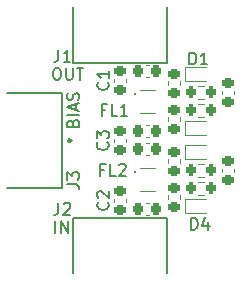
<source format=gto>
G04 #@! TF.GenerationSoftware,KiCad,Pcbnew,(6.0.9)*
G04 #@! TF.CreationDate,2022-12-03T14:04:53+01:00*
G04 #@! TF.ProjectId,rf_phase_shifter_2_45GHz,72665f70-6861-4736-955f-736869667465,1.0.0*
G04 #@! TF.SameCoordinates,Original*
G04 #@! TF.FileFunction,Legend,Top*
G04 #@! TF.FilePolarity,Positive*
%FSLAX46Y46*%
G04 Gerber Fmt 4.6, Leading zero omitted, Abs format (unit mm)*
G04 Created by KiCad (PCBNEW (6.0.9)) date 2022-12-03 14:04:53*
%MOMM*%
%LPD*%
G01*
G04 APERTURE LIST*
G04 Aperture macros list*
%AMRoundRect*
0 Rectangle with rounded corners*
0 $1 Rounding radius*
0 $2 $3 $4 $5 $6 $7 $8 $9 X,Y pos of 4 corners*
0 Add a 4 corners polygon primitive as box body*
4,1,4,$2,$3,$4,$5,$6,$7,$8,$9,$2,$3,0*
0 Add four circle primitives for the rounded corners*
1,1,$1+$1,$2,$3*
1,1,$1+$1,$4,$5*
1,1,$1+$1,$6,$7*
1,1,$1+$1,$8,$9*
0 Add four rect primitives between the rounded corners*
20,1,$1+$1,$2,$3,$4,$5,0*
20,1,$1+$1,$4,$5,$6,$7,0*
20,1,$1+$1,$6,$7,$8,$9,0*
20,1,$1+$1,$8,$9,$2,$3,0*%
G04 Aperture macros list end*
%ADD10C,0.150000*%
%ADD11C,0.120000*%
%ADD12C,0.100000*%
%ADD13C,0.250000*%
%ADD14RoundRect,0.225000X0.250000X-0.225000X0.250000X0.225000X-0.250000X0.225000X-0.250000X-0.225000X0*%
%ADD15R,0.330000X0.350000*%
%ADD16R,1.200000X5.000000*%
%ADD17R,1.600000X5.000000*%
%ADD18R,0.600000X0.700000*%
%ADD19R,5.000000X1.200000*%
%ADD20R,5.000000X1.600000*%
%ADD21RoundRect,0.225000X0.225000X0.250000X-0.225000X0.250000X-0.225000X-0.250000X0.225000X-0.250000X0*%
%ADD22RoundRect,0.200000X-0.200000X-0.275000X0.200000X-0.275000X0.200000X0.275000X-0.200000X0.275000X0*%
%ADD23RoundRect,0.218750X-0.256250X0.218750X-0.256250X-0.218750X0.256250X-0.218750X0.256250X0.218750X0*%
%ADD24RoundRect,0.218750X0.256250X-0.218750X0.256250X0.218750X-0.256250X0.218750X-0.256250X-0.218750X0*%
G04 APERTURE END LIST*
D10*
X78978190Y-64968380D02*
X78978190Y-63968380D01*
X79454380Y-64968380D02*
X79454380Y-63968380D01*
X80025809Y-64968380D01*
X80025809Y-63968380D01*
X80446571Y-55681428D02*
X80494190Y-55538571D01*
X80541809Y-55490952D01*
X80637047Y-55443333D01*
X80779904Y-55443333D01*
X80875142Y-55490952D01*
X80922761Y-55538571D01*
X80970380Y-55633809D01*
X80970380Y-56014761D01*
X79970380Y-56014761D01*
X79970380Y-55681428D01*
X80018000Y-55586190D01*
X80065619Y-55538571D01*
X80160857Y-55490952D01*
X80256095Y-55490952D01*
X80351333Y-55538571D01*
X80398952Y-55586190D01*
X80446571Y-55681428D01*
X80446571Y-56014761D01*
X80970380Y-55014761D02*
X79970380Y-55014761D01*
X80684666Y-54586190D02*
X80684666Y-54110000D01*
X80970380Y-54681428D02*
X79970380Y-54348095D01*
X80970380Y-54014761D01*
X80922761Y-53729047D02*
X80970380Y-53586190D01*
X80970380Y-53348095D01*
X80922761Y-53252857D01*
X80875142Y-53205238D01*
X80779904Y-53157619D01*
X80684666Y-53157619D01*
X80589428Y-53205238D01*
X80541809Y-53252857D01*
X80494190Y-53348095D01*
X80446571Y-53538571D01*
X80398952Y-53633809D01*
X80351333Y-53681428D01*
X80256095Y-53729047D01*
X80160857Y-53729047D01*
X80065619Y-53681428D01*
X80018000Y-53633809D01*
X79970380Y-53538571D01*
X79970380Y-53300476D01*
X80018000Y-53157619D01*
X79010000Y-51014380D02*
X79200476Y-51014380D01*
X79295714Y-51062000D01*
X79390952Y-51157238D01*
X79438571Y-51347714D01*
X79438571Y-51681047D01*
X79390952Y-51871523D01*
X79295714Y-51966761D01*
X79200476Y-52014380D01*
X79010000Y-52014380D01*
X78914761Y-51966761D01*
X78819523Y-51871523D01*
X78771904Y-51681047D01*
X78771904Y-51347714D01*
X78819523Y-51157238D01*
X78914761Y-51062000D01*
X79010000Y-51014380D01*
X79867142Y-51014380D02*
X79867142Y-51823904D01*
X79914761Y-51919142D01*
X79962380Y-51966761D01*
X80057619Y-52014380D01*
X80248095Y-52014380D01*
X80343333Y-51966761D01*
X80390952Y-51919142D01*
X80438571Y-51823904D01*
X80438571Y-51014380D01*
X80771904Y-51014380D02*
X81343333Y-51014380D01*
X81057619Y-52014380D02*
X81057619Y-51014380D01*
X83415142Y-52236666D02*
X83462761Y-52284285D01*
X83510380Y-52427142D01*
X83510380Y-52522380D01*
X83462761Y-52665238D01*
X83367523Y-52760476D01*
X83272285Y-52808095D01*
X83081809Y-52855714D01*
X82938952Y-52855714D01*
X82748476Y-52808095D01*
X82653238Y-52760476D01*
X82558000Y-52665238D01*
X82510380Y-52522380D01*
X82510380Y-52427142D01*
X82558000Y-52284285D01*
X82605619Y-52236666D01*
X83510380Y-51284285D02*
X83510380Y-51855714D01*
X83510380Y-51570000D02*
X82510380Y-51570000D01*
X82653238Y-51665238D01*
X82748476Y-51760476D01*
X82796095Y-51855714D01*
X83208904Y-54538571D02*
X82875571Y-54538571D01*
X82875571Y-55062380D02*
X82875571Y-54062380D01*
X83351761Y-54062380D01*
X84208904Y-55062380D02*
X83732714Y-55062380D01*
X83732714Y-54062380D01*
X85066047Y-55062380D02*
X84494619Y-55062380D01*
X84780333Y-55062380D02*
X84780333Y-54062380D01*
X84685095Y-54205238D01*
X84589857Y-54300476D01*
X84494619Y-54348095D01*
X83415142Y-62396666D02*
X83462761Y-62444285D01*
X83510380Y-62587142D01*
X83510380Y-62682380D01*
X83462761Y-62825238D01*
X83367523Y-62920476D01*
X83272285Y-62968095D01*
X83081809Y-63015714D01*
X82938952Y-63015714D01*
X82748476Y-62968095D01*
X82653238Y-62920476D01*
X82558000Y-62825238D01*
X82510380Y-62682380D01*
X82510380Y-62587142D01*
X82558000Y-62444285D01*
X82605619Y-62396666D01*
X82605619Y-62015714D02*
X82558000Y-61968095D01*
X82510380Y-61872857D01*
X82510380Y-61634761D01*
X82558000Y-61539523D01*
X82605619Y-61491904D01*
X82700857Y-61444285D01*
X82796095Y-61444285D01*
X82938952Y-61491904D01*
X83510380Y-62063333D01*
X83510380Y-61444285D01*
X79230023Y-62444380D02*
X79230023Y-63158666D01*
X79182404Y-63301523D01*
X79087166Y-63396761D01*
X78944309Y-63444380D01*
X78849071Y-63444380D01*
X79658595Y-62539619D02*
X79706214Y-62492000D01*
X79801452Y-62444380D01*
X80039547Y-62444380D01*
X80134785Y-62492000D01*
X80182404Y-62539619D01*
X80230023Y-62634857D01*
X80230023Y-62730095D01*
X80182404Y-62872952D01*
X79610976Y-63444380D01*
X80230023Y-63444380D01*
X79234309Y-49490380D02*
X79234309Y-50204666D01*
X79186690Y-50347523D01*
X79091452Y-50442761D01*
X78948595Y-50490380D01*
X78853357Y-50490380D01*
X80234309Y-50490380D02*
X79662880Y-50490380D01*
X79948595Y-50490380D02*
X79948595Y-49490380D01*
X79853357Y-49633238D01*
X79758119Y-49728476D01*
X79662880Y-49776095D01*
X79970380Y-60846690D02*
X80684666Y-60846690D01*
X80827523Y-60894309D01*
X80922761Y-60989547D01*
X80970380Y-61132404D01*
X80970380Y-61227642D01*
X79970380Y-60465738D02*
X79970380Y-59846690D01*
X80351333Y-60180023D01*
X80351333Y-60037166D01*
X80398952Y-59941928D01*
X80446571Y-59894309D01*
X80541809Y-59846690D01*
X80779904Y-59846690D01*
X80875142Y-59894309D01*
X80922761Y-59941928D01*
X80970380Y-60037166D01*
X80970380Y-60322880D01*
X80922761Y-60418119D01*
X80875142Y-60465738D01*
X90447904Y-64714380D02*
X90447904Y-63714380D01*
X90686000Y-63714380D01*
X90828857Y-63762000D01*
X90924095Y-63857238D01*
X90971714Y-63952476D01*
X91019333Y-64142952D01*
X91019333Y-64285809D01*
X90971714Y-64476285D01*
X90924095Y-64571523D01*
X90828857Y-64666761D01*
X90686000Y-64714380D01*
X90447904Y-64714380D01*
X91876476Y-64047714D02*
X91876476Y-64714380D01*
X91638380Y-63666761D02*
X91400285Y-64381047D01*
X92019333Y-64381047D01*
X83382142Y-57316666D02*
X83429761Y-57364285D01*
X83477380Y-57507142D01*
X83477380Y-57602380D01*
X83429761Y-57745238D01*
X83334523Y-57840476D01*
X83239285Y-57888095D01*
X83048809Y-57935714D01*
X82905952Y-57935714D01*
X82715476Y-57888095D01*
X82620238Y-57840476D01*
X82525000Y-57745238D01*
X82477380Y-57602380D01*
X82477380Y-57507142D01*
X82525000Y-57364285D01*
X82572619Y-57316666D01*
X82477380Y-56983333D02*
X82477380Y-56364285D01*
X82858333Y-56697619D01*
X82858333Y-56554761D01*
X82905952Y-56459523D01*
X82953571Y-56411904D01*
X83048809Y-56364285D01*
X83286904Y-56364285D01*
X83382142Y-56411904D01*
X83429761Y-56459523D01*
X83477380Y-56554761D01*
X83477380Y-56840476D01*
X83429761Y-56935714D01*
X83382142Y-56983333D01*
X90320904Y-50714380D02*
X90320904Y-49714380D01*
X90559000Y-49714380D01*
X90701857Y-49762000D01*
X90797095Y-49857238D01*
X90844714Y-49952476D01*
X90892333Y-50142952D01*
X90892333Y-50285809D01*
X90844714Y-50476285D01*
X90797095Y-50571523D01*
X90701857Y-50666761D01*
X90559000Y-50714380D01*
X90320904Y-50714380D01*
X91844714Y-50714380D02*
X91273285Y-50714380D01*
X91559000Y-50714380D02*
X91559000Y-49714380D01*
X91463761Y-49857238D01*
X91368523Y-49952476D01*
X91273285Y-50000095D01*
X83081904Y-59618571D02*
X82748571Y-59618571D01*
X82748571Y-60142380D02*
X82748571Y-59142380D01*
X83224761Y-59142380D01*
X84081904Y-60142380D02*
X83605714Y-60142380D01*
X83605714Y-59142380D01*
X84367619Y-59237619D02*
X84415238Y-59190000D01*
X84510476Y-59142380D01*
X84748571Y-59142380D01*
X84843809Y-59190000D01*
X84891428Y-59237619D01*
X84939047Y-59332857D01*
X84939047Y-59428095D01*
X84891428Y-59570952D01*
X84320000Y-60142380D01*
X84939047Y-60142380D01*
D11*
X83945000Y-52210580D02*
X83945000Y-51929420D01*
X84965000Y-52210580D02*
X84965000Y-51929420D01*
D12*
X86116000Y-52848000D02*
X87366000Y-52848000D01*
X85641000Y-53198000D02*
X85641000Y-53198000D01*
X85741000Y-53198000D02*
X85741000Y-53198000D01*
X86116000Y-54848000D02*
X87366000Y-54848000D01*
X85641000Y-53198000D02*
G75*
G03*
X85741000Y-53198000I50000J0D01*
G01*
X85741000Y-53198000D02*
G75*
G03*
X85641000Y-53198000I-50000J0D01*
G01*
D11*
X83945000Y-62370580D02*
X83945000Y-62089420D01*
X84965000Y-62370580D02*
X84965000Y-62089420D01*
D10*
X88455000Y-68414000D02*
X88455000Y-63714000D01*
X80455000Y-68414000D02*
X80455000Y-63714000D01*
X88455000Y-63714000D02*
X80455000Y-63714000D01*
D13*
X84580000Y-63079000D02*
G75*
G03*
X84580000Y-63079000I-125000J0D01*
G01*
D10*
X80455000Y-50586000D02*
X88455000Y-50586000D01*
X88455000Y-45886000D02*
X88455000Y-50586000D01*
X80455000Y-45886000D02*
X80455000Y-50586000D01*
D13*
X84580000Y-51221000D02*
G75*
G03*
X84580000Y-51221000I-125000J0D01*
G01*
D11*
X91759000Y-55534000D02*
X89909000Y-55534000D01*
X89909000Y-55534000D02*
X89909000Y-56734000D01*
X91759000Y-56734000D02*
X89909000Y-56734000D01*
D10*
X79542000Y-61150000D02*
X79542000Y-53150000D01*
X74842000Y-53150000D02*
X79542000Y-53150000D01*
X74842000Y-61150000D02*
X79542000Y-61150000D01*
D13*
X80302000Y-57150000D02*
G75*
G03*
X80302000Y-57150000I-125000J0D01*
G01*
D11*
X86881580Y-58422000D02*
X86600420Y-58422000D01*
X86881580Y-57402000D02*
X86600420Y-57402000D01*
X86881580Y-51818000D02*
X86600420Y-51818000D01*
X86881580Y-50798000D02*
X86600420Y-50798000D01*
X86881580Y-63502000D02*
X86600420Y-63502000D01*
X86881580Y-62482000D02*
X86600420Y-62482000D01*
X91759000Y-62138000D02*
X89909000Y-62138000D01*
X91759000Y-63338000D02*
X89909000Y-63338000D01*
X89909000Y-62138000D02*
X89909000Y-63338000D01*
X91075742Y-59167500D02*
X91550258Y-59167500D01*
X91075742Y-60212500D02*
X91550258Y-60212500D01*
X91075742Y-53608500D02*
X91550258Y-53608500D01*
X91075742Y-52563500D02*
X91550258Y-52563500D01*
X88517000Y-61813221D02*
X88517000Y-62138779D01*
X89537000Y-61813221D02*
X89537000Y-62138779D01*
X86881580Y-56898000D02*
X86600420Y-56898000D01*
X86881580Y-55878000D02*
X86600420Y-55878000D01*
X94109000Y-53226580D02*
X94109000Y-52945420D01*
X93089000Y-53226580D02*
X93089000Y-52945420D01*
X84965000Y-57290580D02*
X84965000Y-57009420D01*
X83945000Y-57290580D02*
X83945000Y-57009420D01*
X91759000Y-58766000D02*
X89909000Y-58766000D01*
X89909000Y-57566000D02*
X89909000Y-58766000D01*
X91759000Y-57566000D02*
X89909000Y-57566000D01*
X91759000Y-52162000D02*
X89909000Y-52162000D01*
X89909000Y-50962000D02*
X89909000Y-52162000D01*
X91759000Y-50962000D02*
X89909000Y-50962000D01*
X88517000Y-59090779D02*
X88517000Y-58765221D01*
X89537000Y-59090779D02*
X89537000Y-58765221D01*
X88517000Y-55209221D02*
X88517000Y-55534779D01*
X89537000Y-55209221D02*
X89537000Y-55534779D01*
D12*
X86116000Y-59452000D02*
X87366000Y-59452000D01*
X86116000Y-61452000D02*
X87366000Y-61452000D01*
X85641000Y-59802000D02*
X85641000Y-59802000D01*
X85741000Y-59802000D02*
X85741000Y-59802000D01*
X85741000Y-59802000D02*
G75*
G03*
X85641000Y-59802000I-50000J0D01*
G01*
X85641000Y-59802000D02*
G75*
G03*
X85741000Y-59802000I50000J0D01*
G01*
D11*
X91075742Y-54087500D02*
X91550258Y-54087500D01*
X91075742Y-55132500D02*
X91550258Y-55132500D01*
X88517000Y-52486779D02*
X88517000Y-52161221D01*
X89537000Y-52486779D02*
X89537000Y-52161221D01*
X93089000Y-59830580D02*
X93089000Y-59549420D01*
X94109000Y-59830580D02*
X94109000Y-59549420D01*
X91075742Y-61736500D02*
X91550258Y-61736500D01*
X91075742Y-60691500D02*
X91550258Y-60691500D01*
%LPC*%
D14*
X84455000Y-52845000D03*
X84455000Y-51295000D03*
D15*
X86246000Y-53198000D03*
X86246000Y-53848000D03*
X86246000Y-54498000D03*
X87236000Y-54498000D03*
X87236000Y-53848000D03*
X87236000Y-53198000D03*
D14*
X84455000Y-63005000D03*
X84455000Y-61455000D03*
D16*
X84455000Y-66654000D03*
D17*
X81685000Y-66654000D03*
X87225000Y-66654000D03*
D16*
X84455000Y-47646000D03*
D17*
X87225000Y-47646000D03*
X81685000Y-47646000D03*
D18*
X90359000Y-56134000D03*
X91759000Y-56134000D03*
D19*
X76602000Y-57150000D03*
D20*
X76602000Y-54380000D03*
X76602000Y-59920000D03*
D21*
X87516000Y-57912000D03*
X85966000Y-57912000D03*
X87516000Y-51308000D03*
X85966000Y-51308000D03*
X87516000Y-62992000D03*
X85966000Y-62992000D03*
D18*
X90359000Y-62738000D03*
X91759000Y-62738000D03*
D22*
X90488000Y-59690000D03*
X92138000Y-59690000D03*
X90488000Y-53086000D03*
X92138000Y-53086000D03*
D23*
X89027000Y-61188500D03*
X89027000Y-62763500D03*
D21*
X87516000Y-56388000D03*
X85966000Y-56388000D03*
D14*
X93599000Y-53861000D03*
X93599000Y-52311000D03*
X84455000Y-57925000D03*
X84455000Y-56375000D03*
D18*
X90359000Y-58166000D03*
X91759000Y-58166000D03*
X90359000Y-51562000D03*
X91759000Y-51562000D03*
D24*
X89027000Y-59715500D03*
X89027000Y-58140500D03*
D23*
X89027000Y-54584500D03*
X89027000Y-56159500D03*
D15*
X86246000Y-59802000D03*
X86246000Y-60452000D03*
X86246000Y-61102000D03*
X87236000Y-61102000D03*
X87236000Y-60452000D03*
X87236000Y-59802000D03*
D22*
X90488000Y-54610000D03*
X92138000Y-54610000D03*
D24*
X89027000Y-53111500D03*
X89027000Y-51536500D03*
D14*
X93599000Y-60465000D03*
X93599000Y-58915000D03*
D22*
X90488000Y-61214000D03*
X92138000Y-61214000D03*
M02*

</source>
